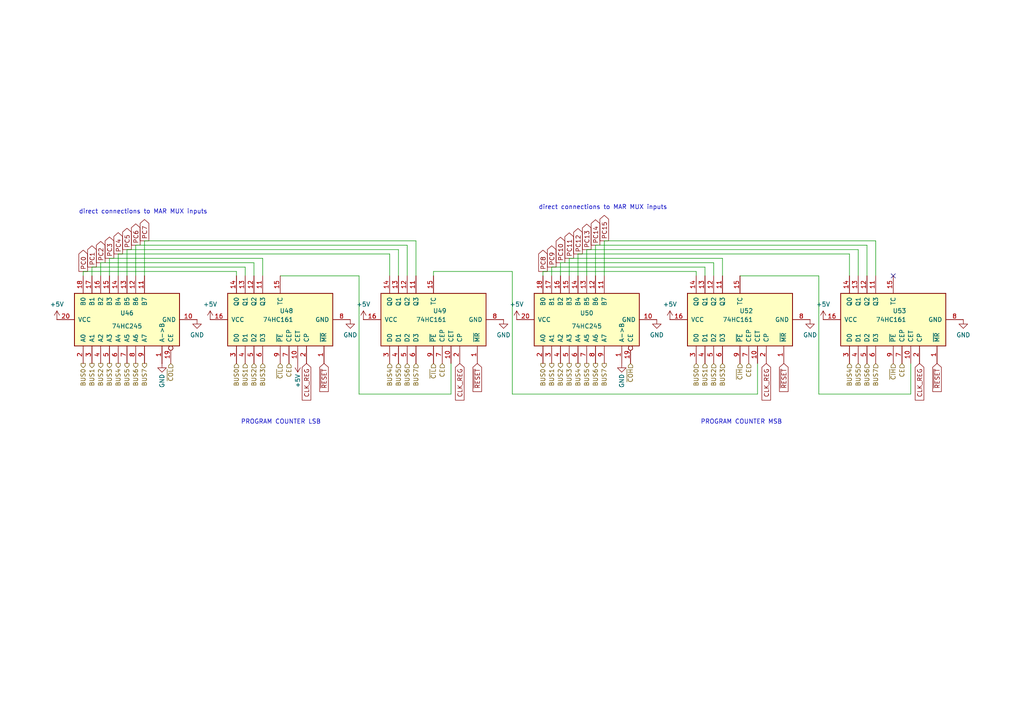
<source format=kicad_sch>
(kicad_sch (version 20250114) (generator "eeschema") (generator_version "9.0")
  (paper "A4")
  (title_block (title "Program Counter") (date "2025-01-09") (rev "1.4 Redux") (comment 2 "creativecommons.org/licenses/by-nc-sa/4.0/") (comment 3 "This work is licensed under CC BY-NC-SA 4.0") (comment 4 "Author: Carsten Herting (slu4)"))
  (lib_symbols
    (symbol "8-Bit CPU 32k:74HC161" (pin_names (offset 1.016))
      (property "Reference" "U" (at -7.62 16.51 0))
      (property "Value" "74HC161" (at -7.62 -16.51 0))
      (symbol "74HC161_1_0"
        (pin input line (at -12.7 12.7 0) (length 5.08) (name "D0") (number "3"))
        (pin input line (at -12.7 10.16 0) (length 5.08) (name "D1") (number "4"))
        (pin input line (at -12.7 7.62 0) (length 5.08) (name "D2") (number "5"))
        (pin input line (at -12.7 5.08 0) (length 5.08) (name "D3") (number "6"))
        (pin input line (at -12.7 0 0) (length 5.08) (name "~{PE}") (number "9"))
        (pin input line (at -12.7 -2.54 0) (length 5.08) (name "CEP") (number "7"))
        (pin input line (at -12.7 -5.08 0) (length 5.08) (name "CET") (number "10"))
        (pin input line (at -12.7 -7.62 0) (length 5.08) (name "CP") (number "2"))
        (pin input line (at -12.7 -12.7 0) (length 5.08) (name "~{MR}") (number "1"))
        (pin power_in line (at 0 20.32 270) (length 5.08) (name "VCC") (number "16"))
        (pin power_in line (at 0 -20.32 90) (length 5.08) (name "GND") (number "8"))
        (pin output line (at 12.7 12.7 180) (length 5.08) (name "Q0") (number "14"))
        (pin output line (at 12.7 10.16 180) (length 5.08) (name "Q1") (number "13"))
        (pin output line (at 12.7 7.62 180) (length 5.08) (name "Q2") (number "12"))
        (pin output line (at 12.7 5.08 180) (length 5.08) (name "Q3") (number "11"))
        (pin output line (at 12.7 0 180) (length 5.08) (name "TC") (number "15"))
      )
      (symbol "74HC161_1_1"
        (rectangle (start -7.62 15.24) (end 7.62 -15.24) (stroke (width 0.254)) (fill (type background)))
      )
    )
    (symbol "8-Bit CPU 32k:74HC245" (pin_names (offset 1.016))
      (property "Reference" "U" (at 0 -6.35 90))
      (property "Value" "74HC245" (at 0 2.54 90))
      (symbol "74HC245_1_0"
        (pin tri_state line (at -12.7 12.7 0) (length 5.08) (name "A0") (number "2"))
        (pin tri_state line (at -12.7 10.16 0) (length 5.08) (name "A1") (number "3"))
        (pin tri_state line (at -12.7 7.62 0) (length 5.08) (name "A2") (number "4"))
        (pin tri_state line (at -12.7 5.08 0) (length 5.08) (name "A3") (number "5"))
        (pin tri_state line (at -12.7 2.54 0) (length 5.08) (name "A4") (number "6"))
        (pin tri_state line (at -12.7 0 0) (length 5.08) (name "A5") (number "7"))
        (pin tri_state line (at -12.7 -2.54 0) (length 5.08) (name "A6") (number "8"))
        (pin tri_state line (at -12.7 -5.08 0) (length 5.08) (name "A7") (number "9"))
        (pin input line (at -12.7 -10.16 0) (length 5.08) (name "A->B") (number "1"))
        (pin input inverted (at -12.7 -12.7 0) (length 5.08) (name "CE") (number "19"))
        (pin power_in line (at 0 20.32 270) (length 5.08) (name "VCC") (number "20"))
        (pin power_in line (at 0 -20.32 90) (length 5.08) (name "GND") (number "10"))
        (pin input line (at 12.7 12.7 180) (length 5.08) (name "B0") (number "18"))
        (pin input line (at 12.7 10.16 180) (length 5.08) (name "B1") (number "17"))
        (pin input line (at 12.7 7.62 180) (length 5.08) (name "B2") (number "16"))
        (pin input line (at 12.7 5.08 180) (length 5.08) (name "B3") (number "15"))
        (pin input line (at 12.7 2.54 180) (length 5.08) (name "B4") (number "14"))
        (pin input line (at 12.7 0 180) (length 5.08) (name "B5") (number "13"))
        (pin input line (at 12.7 -2.54 180) (length 5.08) (name "B6") (number "12"))
        (pin input line (at 12.7 -5.08 180) (length 5.08) (name "B7") (number "11"))
      )
      (symbol "74HC245_1_1"
        (rectangle (start -7.62 15.24) (end 7.62 -15.24) (stroke (width 0.254)) (fill (type background)))
      )
    )
    (symbol "power:+5V" (power) (pin_numbers (hide yes)) (pin_names (offset 0) (hide yes))
      (property "Value" "+5V" (at 0 3.556 0))
      (symbol "+5V_0_1"
        (polyline (pts (xy -0.762 1.27) (xy 0 2.54)))
        (polyline (pts (xy 0 2.54) (xy 0.762 1.27)))
        (polyline (pts (xy 0 0) (xy 0 2.54)))
      )
      (symbol "+5V_1_1"
        (pin power_in line (at 0 0 90) (length 0) (name "~") (number "1"))
      )
    )
    (symbol "power:GND" (power) (pin_numbers (hide yes)) (pin_names (offset 0) (hide yes))
      (property "Value" "GND" (at 0 -3.81 0))
      (symbol "GND_0_1"
        (polyline (pts (xy 0 0) (xy 0 -1.27) (xy 1.27 -1.27) (xy 0 -2.54) (xy -1.27 -1.27) (xy 0 -1.27)))
      )
      (symbol "GND_1_1"
        (pin power_in line (at 0 0 270) (length 0) (name "~") (number "1"))
      )
    )
  )
  (text "PROGRAM COUNTER MSB" (at 203.2 123.19 0) (effects (font (size 1.27 1.27)) (justify left bottom)))
  (text "PROGRAM COUNTER LSB" (at 69.85 123.19 0) (effects (font (size 1.27 1.27)) (justify left bottom)))
  (text "direct connections to MAR MUX inputs" (at 22.86 62.23 0) (effects (font (size 1.27 1.27)) (justify left bottom)))
  (text "direct connections to MAR MUX inputs" (at 156.21 60.96 0) (effects (font (size 1.27 1.27)) (justify left bottom)))
  (no_connect (at 259.08 80.01))
  (wire (pts (xy 39.37 80.01) (xy 39.37 71.12)))
  (wire (pts (xy 209.55 80.01) (xy 209.55 74.93)))
  (wire (pts (xy 125.73 80.01) (xy 125.73 78.74)))
  (wire (pts (xy 76.2 80.01) (xy 76.2 74.93)))
  (wire (pts (xy 204.47 77.47) (xy 160.02 77.47)))
  (wire (pts (xy 104.14 114.3) (xy 130.81 114.3)))
  (wire (pts (xy 26.67 77.47) (xy 26.67 80.01)))
  (wire (pts (xy 160.02 77.47) (xy 160.02 80.01)))
  (wire (pts (xy 162.56 80.01) (xy 162.56 76.2)))
  (wire (pts (xy 71.12 77.47) (xy 26.67 77.47)))
  (wire (pts (xy 162.56 76.2) (xy 207.01 76.2)))
  (wire (pts (xy 113.03 73.66) (xy 113.03 80.01)))
  (wire (pts (xy 204.47 80.01) (xy 204.47 77.47)))
  (wire (pts (xy 29.21 76.2) (xy 73.66 76.2)))
  (wire (pts (xy 36.83 80.01) (xy 36.83 72.39)))
  (wire (pts (xy 175.26 69.85) (xy 254 69.85)))
  (wire (pts (xy 73.66 76.2) (xy 73.66 80.01)))
  (wire (pts (xy 29.21 80.01) (xy 29.21 76.2)))
  (wire (pts (xy 209.55 74.93) (xy 165.1 74.93)))
  (wire (pts (xy 237.49 80.01) (xy 214.63 80.01)))
  (wire (pts (xy 237.49 80.01) (xy 237.49 114.3)))
  (wire (pts (xy 120.65 69.85) (xy 120.65 80.01)))
  (wire (pts (xy 34.29 80.01) (xy 34.29 73.66)))
  (wire (pts (xy 24.13 78.74) (xy 68.58 78.74)))
  (wire (pts (xy 172.72 71.12) (xy 251.46 71.12)))
  (wire (pts (xy 167.64 73.66) (xy 246.38 73.66)))
  (wire (pts (xy 157.48 80.01) (xy 157.48 78.74)))
  (wire (pts (xy 24.13 80.01) (xy 24.13 78.74)))
  (wire (pts (xy 71.12 80.01) (xy 71.12 77.47)))
  (wire (pts (xy 76.2 74.93) (xy 31.75 74.93)))
  (wire (pts (xy 104.14 80.01) (xy 104.14 114.3)))
  (wire (pts (xy 170.18 72.39) (xy 248.92 72.39)))
  (wire (pts (xy 170.18 80.01) (xy 170.18 72.39)))
  (wire (pts (xy 118.11 71.12) (xy 118.11 80.01)))
  (wire (pts (xy 201.93 78.74) (xy 201.93 80.01)))
  (wire (pts (xy 219.71 114.3) (xy 219.71 105.41)))
  (wire (pts (xy 251.46 71.12) (xy 251.46 80.01)))
  (wire (pts (xy 165.1 74.93) (xy 165.1 80.01)))
  (wire (pts (xy 34.29 73.66) (xy 113.03 73.66)))
  (wire (pts (xy 157.48 78.74) (xy 201.93 78.74)))
  (wire (pts (xy 237.49 114.3) (xy 264.16 114.3)))
  (wire (pts (xy 254 69.85) (xy 254 80.01)))
  (wire (pts (xy 68.58 78.74) (xy 68.58 80.01)))
  (wire (pts (xy 125.73 78.74) (xy 148.59 78.74)))
  (wire (pts (xy 104.14 80.01) (xy 81.28 80.01)))
  (wire (pts (xy 175.26 80.01) (xy 175.26 69.85)))
  (wire (pts (xy 264.16 114.3) (xy 264.16 105.41)))
  (wire (pts (xy 246.38 73.66) (xy 246.38 80.01)))
  (wire (pts (xy 39.37 71.12) (xy 118.11 71.12)))
  (wire (pts (xy 207.01 76.2) (xy 207.01 80.01)))
  (wire (pts (xy 36.83 72.39) (xy 115.57 72.39)))
  (wire (pts (xy 148.59 114.3) (xy 148.59 78.74)))
  (wire (pts (xy 148.59 114.3) (xy 219.71 114.3)))
  (wire (pts (xy 248.92 72.39) (xy 248.92 80.01)))
  (wire (pts (xy 115.57 72.39) (xy 115.57 80.01)))
  (wire (pts (xy 172.72 80.01) (xy 172.72 71.12)))
  (wire (pts (xy 31.75 74.93) (xy 31.75 80.01)))
  (wire (pts (xy 167.64 80.01) (xy 167.64 73.66)))
  (wire (pts (xy 41.91 69.85) (xy 120.65 69.85)))
  (wire (pts (xy 41.91 80.01) (xy 41.91 69.85)))
  (wire (pts (xy 130.81 114.3) (xy 130.81 105.41)))
  (global_label "~{RESET}" (shape input) (at 93.98 105.41 270) (property "Intersheetrefs" "${INTERSHEET_REFS}" (effects (hide yes))))
  (global_label "~{RESET}" (shape input) (at 227.33 105.41 270) (property "Intersheetrefs" "${INTERSHEET_REFS}" (effects (hide yes))))
  (global_label "PC5" (shape output) (at 36.83 72.39 90) (property "Intersheetrefs" "${INTERSHEET_REFS}" (effects (hide yes))))
  (global_label "CLK_REG" (shape input) (at 88.9 105.41 270) (property "Intersheetrefs" "${INTERSHEET_REFS}" (effects (hide yes))))
  (global_label "PC1" (shape output) (at 26.67 77.47 90) (property "Intersheetrefs" "${INTERSHEET_REFS}" (effects (hide yes))))
  (global_label "PC3" (shape output) (at 31.75 74.93 90) (property "Intersheetrefs" "${INTERSHEET_REFS}" (effects (hide yes))))
  (global_label "PC6" (shape output) (at 39.37 71.12 90) (property "Intersheetrefs" "${INTERSHEET_REFS}" (effects (hide yes))))
  (global_label "PC12" (shape output) (at 167.64 73.66 90) (property "Intersheetrefs" "${INTERSHEET_REFS}" (effects (hide yes))))
  (global_label "~{RESET}" (shape input) (at 138.43 105.41 270) (property "Intersheetrefs" "${INTERSHEET_REFS}" (effects (hide yes))))
  (global_label "PC15" (shape output) (at 175.26 69.85 90) (property "Intersheetrefs" "${INTERSHEET_REFS}" (effects (hide yes))))
  (global_label "PC4" (shape output) (at 34.29 73.66 90) (property "Intersheetrefs" "${INTERSHEET_REFS}" (effects (hide yes))))
  (global_label "PC10" (shape output) (at 162.56 76.2 90) (property "Intersheetrefs" "${INTERSHEET_REFS}" (effects (hide yes))))
  (global_label "~{RESET}" (shape input) (at 271.78 105.41 270) (property "Intersheetrefs" "${INTERSHEET_REFS}" (effects (hide yes))))
  (global_label "PC13" (shape output) (at 170.18 72.39 90) (property "Intersheetrefs" "${INTERSHEET_REFS}" (effects (hide yes))))
  (global_label "PC9" (shape output) (at 160.02 77.47 90) (property "Intersheetrefs" "${INTERSHEET_REFS}" (effects (hide yes))))
  (global_label "PC11" (shape output) (at 165.1 74.93 90) (property "Intersheetrefs" "${INTERSHEET_REFS}" (effects (hide yes))))
  (global_label "PC8" (shape output) (at 157.48 78.74 90) (property "Intersheetrefs" "${INTERSHEET_REFS}" (effects (hide yes))))
  (global_label "CLK_REG" (shape input) (at 222.25 105.41 270) (property "Intersheetrefs" "${INTERSHEET_REFS}" (effects (hide yes))))
  (global_label "PC14" (shape output) (at 172.72 71.12 90) (property "Intersheetrefs" "${INTERSHEET_REFS}" (effects (hide yes))))
  (global_label "PC7" (shape output) (at 41.91 69.85 90) (property "Intersheetrefs" "${INTERSHEET_REFS}" (effects (hide yes))))
  (global_label "PC0" (shape output) (at 24.13 78.74 90) (property "Intersheetrefs" "${INTERSHEET_REFS}" (effects (hide yes))))
  (global_label "CLK_REG" (shape input) (at 266.7 105.41 270) (property "Intersheetrefs" "${INTERSHEET_REFS}" (effects (hide yes))))
  (global_label "CLK_REG" (shape input) (at 133.35 105.41 270) (property "Intersheetrefs" "${INTERSHEET_REFS}" (effects (hide yes))))
  (global_label "PC2" (shape output) (at 29.21 76.2 90) (property "Intersheetrefs" "${INTERSHEET_REFS}" (effects (hide yes))))
  (hierarchical_label "BUS7" (shape output) (at 175.26 105.41 270))
  (hierarchical_label "BUS3" (shape input) (at 209.55 105.41 270))
  (hierarchical_label "BUS5" (shape output) (at 36.83 105.41 270))
  (hierarchical_label "BUS1" (shape output) (at 160.02 105.41 270))
  (hierarchical_label "BUS0" (shape output) (at 24.13 105.41 270))
  (hierarchical_label "BUS2" (shape output) (at 29.21 105.41 270))
  (hierarchical_label "BUS0" (shape input) (at 68.58 105.41 270))
  (hierarchical_label "~{CIH}" (shape input) (at 259.08 105.41 270))
  (hierarchical_label "BUS7" (shape input) (at 120.65 105.41 270))
  (hierarchical_label "CE" (shape input) (at 128.27 105.41 270))
  (hierarchical_label "BUS3" (shape output) (at 31.75 105.41 270))
  (hierarchical_label "BUS0" (shape output) (at 157.48 105.41 270))
  (hierarchical_label "BUS1" (shape input) (at 204.47 105.41 270))
  (hierarchical_label "BUS4" (shape input) (at 246.38 105.41 270))
  (hierarchical_label "BUS1" (shape input) (at 71.12 105.41 270))
  (hierarchical_label "~{CIL}" (shape input) (at 81.28 105.41 270))
  (hierarchical_label "BUS5" (shape input) (at 115.57 105.41 270))
  (hierarchical_label "BUS5" (shape output) (at 170.18 105.41 270))
  (hierarchical_label "~{CIH}" (shape input) (at 214.63 105.41 270))
  (hierarchical_label "~{COH}" (shape input) (at 182.88 105.41 270))
  (hierarchical_label "~{COL}" (shape input) (at 49.53 105.41 270))
  (hierarchical_label "BUS4" (shape output) (at 167.64 105.41 270))
  (hierarchical_label "BUS6" (shape output) (at 39.37 105.41 270))
  (hierarchical_label "BUS4" (shape input) (at 113.03 105.41 270))
  (hierarchical_label "BUS3" (shape input) (at 76.2 105.41 270))
  (hierarchical_label "BUS6" (shape input) (at 118.11 105.41 270))
  (hierarchical_label "BUS1" (shape output) (at 26.67 105.41 270))
  (hierarchical_label "BUS6" (shape input) (at 251.46 105.41 270))
  (hierarchical_label "BUS7" (shape output) (at 41.91 105.41 270))
  (hierarchical_label "CE" (shape input) (at 261.62 105.41 270))
  (hierarchical_label "BUS2" (shape input) (at 73.66 105.41 270))
  (hierarchical_label "BUS0" (shape input) (at 201.93 105.41 270))
  (hierarchical_label "BUS2" (shape input) (at 207.01 105.41 270))
  (hierarchical_label "BUS7" (shape input) (at 254 105.41 270))
  (hierarchical_label "BUS3" (shape output) (at 165.1 105.41 270))
  (hierarchical_label "CE" (shape input) (at 83.82 105.41 270))
  (hierarchical_label "BUS2" (shape output) (at 162.56 105.41 270))
  (hierarchical_label "~{CIL}" (shape input) (at 125.73 105.41 270))
  (hierarchical_label "CE" (shape input) (at 217.17 105.41 270))
  (hierarchical_label "BUS4" (shape output) (at 34.29 105.41 270))
  (hierarchical_label "BUS5" (shape input) (at 248.92 105.41 270))
  (hierarchical_label "BUS6" (shape output) (at 172.72 105.41 270))
  (symbol (lib_id "power:+5V") (at 105.41 92.71 0) (mirror y) (unit 1)
    (property "Reference" "#PWR0211" (effects (hide yes)))
    (property "Value" "+5V" (at 105.41 88.265 0))
    (property "Description" "Power symbol creates a global label with name \"+5V\"" (effects (hide yes)))
  )
  (symbol (lib_id "power:GND") (at 146.05 92.71 0) (mirror y) (unit 1)
    (property "Reference" "#PWR0212" (effects (hide yes)))
    (property "Value" "GND" (at 146.05 97.155 0))
    (property "Description" "Power symbol creates a global label with name \"GND\" , ground" (effects (hide yes)))
  )
  (symbol (lib_id "power:GND") (at 101.6 92.71 0) (mirror y) (unit 1)
    (property "Reference" "#PWR0210" (effects (hide yes)))
    (property "Value" "GND" (at 101.6 97.155 0))
    (property "Description" "Power symbol creates a global label with name \"GND\" , ground" (effects (hide yes)))
  )
  (symbol (lib_id "power:+5V") (at 60.96 92.71 0) (mirror y) (unit 1)
    (property "Reference" "#PWR0208" (effects (hide yes)))
    (property "Value" "+5V" (at 60.96 88.265 0))
    (property "Description" "Power symbol creates a global label with name \"+5V\"" (effects (hide yes)))
  )
  (symbol (lib_id "power:GND") (at 57.15 92.71 0) (mirror y) (unit 1)
    (property "Reference" "#PWR0206" (effects (hide yes)))
    (property "Value" "GND" (at 57.15 97.155 0))
    (property "Description" "Power symbol creates a global label with name \"GND\" , ground" (effects (hide yes)))
  )
  (symbol (lib_id "power:+5V") (at 16.51 92.71 0) (mirror y) (unit 1)
    (property "Reference" "#PWR0203" (effects (hide yes)))
    (property "Value" "+5V" (at 16.51 88.265 0))
    (property "Description" "Power symbol creates a global label with name \"+5V\"" (effects (hide yes)))
  )
  (symbol (lib_id "power:GND") (at 46.99 105.41 0) (mirror y) (unit 1)
    (property "Reference" "#PWR0205" (effects (hide yes)))
    (property "Value" "GND" (at 46.99 110.49 90))
    (property "Description" "Power symbol creates a global label with name \"GND\" , ground" (effects (hide yes)))
  )
  (symbol (lib_id "8-Bit CPU 32k:74HC161") (at 81.28 92.71 90) (unit 1)
    (property "Reference" "U48" (at 85.09 90.17 90) (effects (justify left)))
    (property "Value" "74HC161" (at 85.09 92.71 90) (effects (justify left)))
    (property "Footprint" "Package_DIP:DIP-16_W7.62mm_Socket" (effects (hide yes)))
    (property "Datasheet" "http://www.ti.com/lit/gpn/sn74LS161" (effects (hide yes)))
    (property "Description" "Synchronous 4-bit programmable binary Counter" (effects (hide yes)))
  )
  (symbol (lib_id "8-Bit CPU 32k:74HC161") (at 125.73 92.71 90) (unit 1)
    (property "Reference" "U49" (at 129.54 90.17 90) (effects (justify left)))
    (property "Value" "74HC161" (at 129.54 92.71 90) (effects (justify left)))
    (property "Footprint" "Package_DIP:DIP-16_W7.62mm_Socket" (effects (hide yes)))
    (property "Datasheet" "http://www.ti.com/lit/gpn/sn74LS161" (effects (hide yes)))
    (property "Description" "Synchronous 4-bit programmable binary Counter" (effects (hide yes)))
  )
  (symbol (lib_id "power:GND") (at 279.4 92.71 0) (mirror y) (unit 1)
    (property "Reference" "#PWR0221" (effects (hide yes)))
    (property "Value" "GND" (at 279.4 97.155 0))
    (property "Description" "Power symbol creates a global label with name \"GND\" , ground" (effects (hide yes)))
  )
  (symbol (lib_id "power:+5V") (at 86.36 105.41 0) (mirror x) (unit 1)
    (property "Reference" "#PWR0209" (effects (hide yes)))
    (property "Value" "+5V" (at 86.36 110.49 90))
    (property "Description" "Power symbol creates a global label with name \"+5V\"" (effects (hide yes)))
  )
  (symbol (lib_id "power:GND") (at 234.95 92.71 0) (mirror y) (unit 1)
    (property "Reference" "#PWR0219" (effects (hide yes)))
    (property "Value" "GND" (at 234.95 97.155 0))
    (property "Description" "Power symbol creates a global label with name \"GND\" , ground" (effects (hide yes)))
  )
  (symbol (lib_id "power:GND") (at 180.34 105.41 0) (mirror y) (unit 1)
    (property "Reference" "#PWR0215" (effects (hide yes)))
    (property "Value" "GND" (at 180.34 110.49 90))
    (property "Description" "Power symbol creates a global label with name \"GND\" , ground" (effects (hide yes)))
  )
  (symbol (lib_id "8-Bit CPU 32k:74HC245") (at 170.18 92.71 90) (unit 1)
    (property "Reference" "U50" (at 170.18 90.805 90))
    (property "Value" "74HC245" (at 170.18 94.615 90))
    (property "Footprint" "Package_DIP:DIP-20_W7.62mm_Socket" (effects (hide yes)))
    (property "Datasheet" "http://www.ti.com/lit/gpn/sn74HC245" (effects (hide yes)))
    (property "Description" "Octal BUS Transceivers, 3-State outputs" (effects (hide yes)))
  )
  (symbol (lib_id "power:+5V") (at 238.76 92.71 0) (mirror y) (unit 1)
    (property "Reference" "#PWR0220" (effects (hide yes)))
    (property "Value" "+5V" (at 238.76 88.265 0))
    (property "Description" "Power symbol creates a global label with name \"+5V\"" (effects (hide yes)))
  )
  (symbol (lib_id "8-Bit CPU 32k:74HC161") (at 259.08 92.71 90) (unit 1)
    (property "Reference" "U53" (at 262.89 90.17 90) (effects (justify left)))
    (property "Value" "74HC161" (at 262.89 92.71 90) (effects (justify left)))
    (property "Footprint" "Package_DIP:DIP-16_W7.62mm_Socket" (effects (hide yes)))
    (property "Datasheet" "http://www.ti.com/lit/gpn/sn74LS161" (effects (hide yes)))
    (property "Description" "Synchronous 4-bit programmable binary Counter" (effects (hide yes)))
  )
  (symbol (lib_id "power:+5V") (at 194.31 92.71 0) (mirror y) (unit 1)
    (property "Reference" "#PWR0218" (effects (hide yes)))
    (property "Value" "+5V" (at 194.31 88.265 0))
    (property "Description" "Power symbol creates a global label with name \"+5V\"" (effects (hide yes)))
  )
  (symbol (lib_id "8-Bit CPU 32k:74HC161") (at 214.63 92.71 90) (unit 1)
    (property "Reference" "U52" (at 218.44 90.17 90) (effects (justify left)))
    (property "Value" "74HC161" (at 218.44 92.71 90) (effects (justify left)))
    (property "Footprint" "Package_DIP:DIP-16_W7.62mm_Socket" (effects (hide yes)))
    (property "Datasheet" "http://www.ti.com/lit/gpn/sn74LS161" (effects (hide yes)))
    (property "Description" "Synchronous 4-bit programmable binary Counter" (effects (hide yes)))
  )
  (symbol (lib_id "power:GND") (at 190.5 92.71 0) (mirror y) (unit 1)
    (property "Reference" "#PWR0216" (effects (hide yes)))
    (property "Value" "GND" (at 190.5 97.155 0))
    (property "Description" "Power symbol creates a global label with name \"GND\" , ground" (effects (hide yes)))
  )
  (symbol (lib_id "power:+5V") (at 149.86 92.71 0) (mirror y) (unit 1)
    (property "Reference" "#PWR0213" (effects (hide yes)))
    (property "Value" "+5V" (at 149.86 88.265 0))
    (property "Description" "Power symbol creates a global label with name \"+5V\"" (effects (hide yes)))
  )
  (symbol (lib_id "8-Bit CPU 32k:74HC245") (at 36.83 92.71 90) (unit 1)
    (property "Reference" "U46" (at 36.83 90.805 90))
    (property "Value" "74HC245" (at 36.83 94.615 90))
    (property "Footprint" "Package_DIP:DIP-20_W7.62mm_Socket" (effects (hide yes)))
    (property "Datasheet" "http://www.ti.com/lit/gpn/sn74HC245" (effects (hide yes)))
    (property "Description" "Octal BUS Transceivers, 3-State outputs" (effects (hide yes)))
  )
)
</source>
